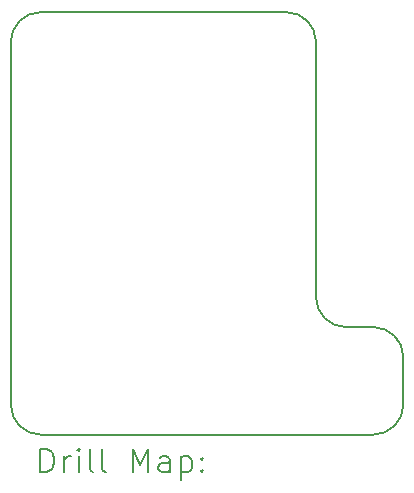
<source format=gbr>
%TF.GenerationSoftware,KiCad,Pcbnew,(6.0.8)*%
%TF.CreationDate,2023-02-11T16:42:43+01:00*%
%TF.ProjectId,VNF1048FTR_TestBoard,564e4631-3034-4384-9654-525f54657374,rev?*%
%TF.SameCoordinates,Original*%
%TF.FileFunction,Drillmap*%
%TF.FilePolarity,Positive*%
%FSLAX45Y45*%
G04 Gerber Fmt 4.5, Leading zero omitted, Abs format (unit mm)*
G04 Created by KiCad (PCBNEW (6.0.8)) date 2023-02-11 16:42:43*
%MOMM*%
%LPD*%
G01*
G04 APERTURE LIST*
%ADD10C,0.150000*%
%ADD11C,0.200000*%
G04 APERTURE END LIST*
D10*
X12669520Y-2720340D02*
X12797255Y-2719605D01*
X13050520Y-5133340D02*
X13051255Y-2973605D01*
X13790395Y-5640605D02*
X13790395Y-6043395D01*
X13304520Y-5387340D02*
X13538200Y-5386605D01*
X13050520Y-5133340D02*
G75*
G03*
X13304520Y-5387340I254000J0D01*
G01*
X13790395Y-5640605D02*
G75*
G03*
X13536395Y-5386605I-254000J0D01*
G01*
X12669520Y-2720340D02*
X10720605Y-2719605D01*
X10466605Y-6045200D02*
X10466605Y-2973605D01*
X10718800Y-6297395D02*
X13536395Y-6297395D01*
X13051255Y-2973605D02*
G75*
G03*
X12797255Y-2719605I-254000J0D01*
G01*
X10720605Y-2719605D02*
G75*
G03*
X10466605Y-2973605I0J-254000D01*
G01*
X10466605Y-6043395D02*
G75*
G03*
X10720605Y-6297395I254000J0D01*
G01*
X13536395Y-6297395D02*
G75*
G03*
X13790395Y-6043395I0J254000D01*
G01*
D11*
X10716724Y-6615371D02*
X10716724Y-6415371D01*
X10764343Y-6415371D01*
X10792915Y-6424895D01*
X10811962Y-6443942D01*
X10821486Y-6462990D01*
X10831010Y-6501085D01*
X10831010Y-6529657D01*
X10821486Y-6567752D01*
X10811962Y-6586800D01*
X10792915Y-6605847D01*
X10764343Y-6615371D01*
X10716724Y-6615371D01*
X10916724Y-6615371D02*
X10916724Y-6482038D01*
X10916724Y-6520133D02*
X10926248Y-6501085D01*
X10935772Y-6491561D01*
X10954819Y-6482038D01*
X10973867Y-6482038D01*
X11040534Y-6615371D02*
X11040534Y-6482038D01*
X11040534Y-6415371D02*
X11031010Y-6424895D01*
X11040534Y-6434419D01*
X11050057Y-6424895D01*
X11040534Y-6415371D01*
X11040534Y-6434419D01*
X11164343Y-6615371D02*
X11145296Y-6605847D01*
X11135772Y-6586800D01*
X11135772Y-6415371D01*
X11269105Y-6615371D02*
X11250057Y-6605847D01*
X11240534Y-6586800D01*
X11240534Y-6415371D01*
X11497676Y-6615371D02*
X11497676Y-6415371D01*
X11564343Y-6558228D01*
X11631010Y-6415371D01*
X11631010Y-6615371D01*
X11811962Y-6615371D02*
X11811962Y-6510609D01*
X11802438Y-6491561D01*
X11783391Y-6482038D01*
X11745295Y-6482038D01*
X11726248Y-6491561D01*
X11811962Y-6605847D02*
X11792915Y-6615371D01*
X11745295Y-6615371D01*
X11726248Y-6605847D01*
X11716724Y-6586800D01*
X11716724Y-6567752D01*
X11726248Y-6548704D01*
X11745295Y-6539181D01*
X11792915Y-6539181D01*
X11811962Y-6529657D01*
X11907200Y-6482038D02*
X11907200Y-6682038D01*
X11907200Y-6491561D02*
X11926248Y-6482038D01*
X11964343Y-6482038D01*
X11983391Y-6491561D01*
X11992915Y-6501085D01*
X12002438Y-6520133D01*
X12002438Y-6577276D01*
X11992915Y-6596323D01*
X11983391Y-6605847D01*
X11964343Y-6615371D01*
X11926248Y-6615371D01*
X11907200Y-6605847D01*
X12088153Y-6596323D02*
X12097676Y-6605847D01*
X12088153Y-6615371D01*
X12078629Y-6605847D01*
X12088153Y-6596323D01*
X12088153Y-6615371D01*
X12088153Y-6491561D02*
X12097676Y-6501085D01*
X12088153Y-6510609D01*
X12078629Y-6501085D01*
X12088153Y-6491561D01*
X12088153Y-6510609D01*
M02*

</source>
